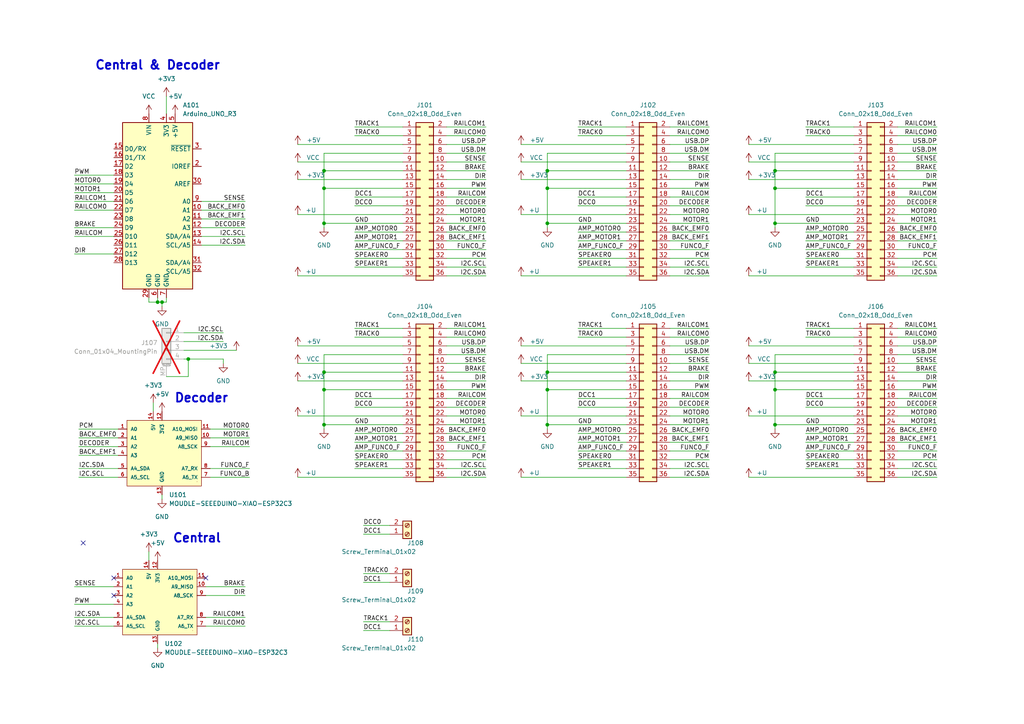
<source format=kicad_sch>
(kicad_sch (version 20231120) (generator "eeschema") (generator_version "8.0")
  (paper "A4")
  (lib_symbols
    (symbol "Connector:Screw_Terminal_01x02" (pin_names (offset 1.016) hide)
      (property "Reference" "J" (at 0 2.54 0))
      (property "Value" "Screw_Terminal_01x02" (at 0 -5.08 0))
      (symbol "Screw_Terminal_01x02_1_1"
        (pin passive line (at -5.08 0 0) (length 3.81) (name "Pin_1") (number "1"))
        (pin passive line (at -5.08 -2.54 0) (length 3.81) (name "Pin_2") (number "2"))
      )
    )
    (symbol "Connector_Generic:Conn_02x18_Odd_Even" (pin_names (offset 1.016) hide)
      (property "Reference" "J" (at 1.27 22.86 0))
      (property "Value" "Conn_02x18_Odd_Even" (at 1.27 -25.4 0))
      (symbol "Conn_02x18_Odd_Even_1_1"
        (pin passive line (at -5.08 20.32 0) (length 3.81) (name "Pin_1") (number "1"))
        (pin passive line (at 7.62 10.16 180) (length 3.81) (name "Pin_10") (number "10"))
        (pin passive line (at -5.08 7.62 0) (length 3.81) (name "Pin_11") (number "11"))
        (pin passive line (at 7.62 7.62 180) (length 3.81) (name "Pin_12") (number "12"))
        (pin passive line (at -5.08 5.08 0) (length 3.81) (name "Pin_13") (number "13"))
        (pin passive line (at 7.62 5.08 180) (length 3.81) (name "Pin_14") (number "14"))
        (pin passive line (at -5.08 2.54 0) (length 3.81) (name "Pin_15") (number "15"))
        (pin passive line (at 7.62 2.54 180) (length 3.81) (name "Pin_16") (number "16"))
        (pin passive line (at -5.08 0 0) (length 3.81) (name "Pin_17") (number "17"))
        (pin passive line (at 7.62 0 180) (length 3.81) (name "Pin_18") (number "18"))
        (pin passive line (at -5.08 -2.54 0) (length 3.81) (name "Pin_19") (number "19"))
        (pin passive line (at 7.62 20.32 180) (length 3.81) (name "Pin_2") (number "2"))
        (pin passive line (at 7.62 -2.54 180) (length 3.81) (name "Pin_20") (number "20"))
        (pin passive line (at -5.08 -5.08 0) (length 3.81) (name "Pin_21") (number "21"))
        (pin passive line (at 7.62 -5.08 180) (length 3.81) (name "Pin_22") (number "22"))
        (pin passive line (at -5.08 -7.62 0) (length 3.81) (name "Pin_23") (number "23"))
        (pin passive line (at 7.62 -7.62 180) (length 3.81) (name "Pin_24") (number "24"))
        (pin passive line (at -5.08 -10.16 0) (length 3.81) (name "Pin_25") (number "25"))
        (pin passive line (at 7.62 -10.16 180) (length 3.81) (name "Pin_26") (number "26"))
        (pin passive line (at -5.08 -12.7 0) (length 3.81) (name "Pin_27") (number "27"))
        (pin passive line (at 7.62 -12.7 180) (length 3.81) (name "Pin_28") (number "28"))
        (pin passive line (at -5.08 -15.24 0) (length 3.81) (name "Pin_29") (number "29"))
        (pin passive line (at -5.08 17.78 0) (length 3.81) (name "Pin_3") (number "3"))
        (pin passive line (at 7.62 -15.24 180) (length 3.81) (name "Pin_30") (number "30"))
        (pin passive line (at -5.08 -17.78 0) (length 3.81) (name "Pin_31") (number "31"))
        (pin passive line (at 7.62 -17.78 180) (length 3.81) (name "Pin_32") (number "32"))
        (pin passive line (at -5.08 -20.32 0) (length 3.81) (name "Pin_33") (number "33"))
        (pin passive line (at 7.62 -20.32 180) (length 3.81) (name "Pin_34") (number "34"))
        (pin passive line (at -5.08 -22.86 0) (length 3.81) (name "Pin_35") (number "35"))
        (pin passive line (at 7.62 -22.86 180) (length 3.81) (name "Pin_36") (number "36"))
        (pin passive line (at 7.62 17.78 180) (length 3.81) (name "Pin_4") (number "4"))
        (pin passive line (at -5.08 15.24 0) (length 3.81) (name "Pin_5") (number "5"))
        (pin passive line (at 7.62 15.24 180) (length 3.81) (name "Pin_6") (number "6"))
        (pin passive line (at -5.08 12.7 0) (length 3.81) (name "Pin_7") (number "7"))
        (pin passive line (at 7.62 12.7 180) (length 3.81) (name "Pin_8") (number "8"))
        (pin passive line (at -5.08 10.16 0) (length 3.81) (name "Pin_9") (number "9"))
      )
    )
    (symbol "Connector_Generic_MountingPin:Conn_01x04_MountingPin" (pin_names (offset 1.016) hide)
      (property "Reference" "J" (at 0 5.08 0))
      (property "Value" "Conn_01x04_MountingPin" (at 1.27 -7.62 0))
      (symbol "Conn_01x04_MountingPin_1_1"
        (text "Mounting" (at 0 -6.731 0) (effects (font (size 0.381 0.381))))
        (pin passive line (at -5.08 2.54 0) (length 3.81) (name "Pin_1") (number "1"))
        (pin passive line (at -5.08 0 0) (length 3.81) (name "Pin_2") (number "2"))
        (pin passive line (at -5.08 -2.54 0) (length 3.81) (name "Pin_3") (number "3"))
        (pin passive line (at -5.08 -5.08 0) (length 3.81) (name "Pin_4") (number "4"))
        (pin passive line (at 0 -10.16 90) (length 3.048) (name "MountPin") (number "MP"))
      )
    )
    (symbol "MCU_Module:Arduino_UNO_R3"
      (property "Reference" "A" (at -10.16 23.495 0))
      (property "Value" "Arduino_UNO_R3" (at 5.08 -26.67 0))
      (symbol "Arduino_UNO_R3_1_1"
        (pin no_connect line (at -10.16 -20.32 0) (length 2.54) hide (name "NC") (number "1"))
        (pin bidirectional line (at 12.7 -2.54 180) (length 2.54) (name "A1") (number "10"))
        (pin bidirectional line (at 12.7 -5.08 180) (length 2.54) (name "A2") (number "11"))
        (pin bidirectional line (at 12.7 -7.62 180) (length 2.54) (name "A3") (number "12"))
        (pin bidirectional line (at 12.7 -10.16 180) (length 2.54) (name "SDA/A4") (number "13"))
        (pin bidirectional line (at 12.7 -12.7 180) (length 2.54) (name "SCL/A5") (number "14"))
        (pin bidirectional line (at -12.7 15.24 0) (length 2.54) (name "D0/RX") (number "15"))
        (pin bidirectional line (at -12.7 12.7 0) (length 2.54) (name "D1/TX") (number "16"))
        (pin bidirectional line (at -12.7 10.16 0) (length 2.54) (name "D2") (number "17"))
        (pin bidirectional line (at -12.7 7.62 0) (length 2.54) (name "D3") (number "18"))
        (pin bidirectional line (at -12.7 5.08 0) (length 2.54) (name "D4") (number "19"))
        (pin output line (at 12.7 10.16 180) (length 2.54) (name "IOREF") (number "2"))
        (pin bidirectional line (at -12.7 2.54 0) (length 2.54) (name "D5") (number "20"))
        (pin bidirectional line (at -12.7 0 0) (length 2.54) (name "D6") (number "21"))
        (pin bidirectional line (at -12.7 -2.54 0) (length 2.54) (name "D7") (number "22"))
        (pin bidirectional line (at -12.7 -5.08 0) (length 2.54) (name "D8") (number "23"))
        (pin bidirectional line (at -12.7 -7.62 0) (length 2.54) (name "D9") (number "24"))
        (pin bidirectional line (at -12.7 -10.16 0) (length 2.54) (name "D10") (number "25"))
        (pin bidirectional line (at -12.7 -12.7 0) (length 2.54) (name "D11") (number "26"))
        (pin bidirectional line (at -12.7 -15.24 0) (length 2.54) (name "D12") (number "27"))
        (pin bidirectional line (at -12.7 -17.78 0) (length 2.54) (name "D13") (number "28"))
        (pin power_in line (at -2.54 -27.94 90) (length 2.54) (name "GND") (number "29"))
        (pin input line (at 12.7 15.24 180) (length 2.54) (name "~{RESET}") (number "3"))
        (pin input line (at 12.7 5.08 180) (length 2.54) (name "AREF") (number "30"))
        (pin bidirectional line (at 12.7 -17.78 180) (length 2.54) (name "SDA/A4") (number "31"))
        (pin bidirectional line (at 12.7 -20.32 180) (length 2.54) (name "SCL/A5") (number "32"))
        (pin power_out line (at 2.54 25.4 270) (length 2.54) (name "3V3") (number "4"))
        (pin power_out line (at 5.08 25.4 270) (length 2.54) (name "+5V") (number "5"))
        (pin power_in line (at 0 -27.94 90) (length 2.54) (name "GND") (number "6"))
        (pin power_in line (at 2.54 -27.94 90) (length 2.54) (name "GND") (number "7"))
        (pin power_in line (at -2.54 25.4 270) (length 2.54) (name "VIN") (number "8"))
        (pin bidirectional line (at 12.7 0 180) (length 2.54) (name "A0") (number "9"))
      )
    )
    (symbol "MOUDLE-SEEEDUINO-XIAO-ESP32C3:MOUDLE-SEEEDUINO-XIAO-ESP32C3" (pin_names (offset 1.016))
      (property "Reference" "U" (at -21.59 15.24 0))
      (property "Value" "MOUDLE-SEEEDUINO-XIAO-ESP32C3" (at -21.59 12.954 0))
      (symbol "MOUDLE-SEEEDUINO-XIAO-ESP32C3_1_0"
        (pin bidirectional line (at -24.13 10.16 0) (length 2.54) (name "A0") (number "1"))
        (pin bidirectional line (at 2.54 7.62 180) (length 2.54) (name "A9_MISO") (number "10"))
        (pin bidirectional line (at 2.54 10.16 180) (length 2.54) (name "A10_MOSI") (number "11"))
        (pin power_in line (at -11.43 15.24 270) (length 2.54) (name "3V3") (number "12"))
        (pin power_in line (at -11.43 -8.89 90) (length 2.54) (name "GND") (number "13"))
        (pin power_in line (at -13.97 15.24 270) (length 2.54) (name "5V") (number "14"))
        (pin bidirectional line (at -24.13 7.62 0) (length 2.54) (name "A1") (number "2"))
        (pin bidirectional line (at -24.13 5.08 0) (length 2.54) (name "A2") (number "3"))
        (pin bidirectional line (at -24.13 2.54 0) (length 2.54) (name "A3") (number "4"))
        (pin bidirectional line (at -24.13 -1.27 0) (length 2.54) (name "A4_SDA") (number "5"))
        (pin bidirectional line (at -24.13 -3.81 0) (length 2.54) (name "A5_SCL") (number "6"))
        (pin bidirectional line (at 2.54 -3.81 180) (length 2.54) (name "A6_TX") (number "7"))
        (pin bidirectional line (at 2.54 -1.27 180) (length 2.54) (name "A7_RX") (number "8"))
        (pin bidirectional line (at 2.54 5.08 180) (length 2.54) (name "A8_SCK") (number "9"))
      )
    )
    (symbol "power:+3V3" (power) (pin_names (offset 0))
      (property "Value" "+3V3" (at 0 3.556 0))
      (symbol "+3V3_1_1"
        (pin power_in line (at 0 0 90) (length 0) hide (name "+3V3") (number "1"))
      )
    )
    (symbol "power:+5V" (power) (pin_names (offset 0))
      (property "Value" "+5V" (at 0 3.556 0))
      (symbol "+5V_1_1"
        (pin power_in line (at 0 0 90) (length 0) hide (name "+5V") (number "1"))
      )
    )
    (symbol "power:GND" (power) (pin_names (offset 0))
      (property "Value" "GND" (at 0 -3.81 0))
      (symbol "GND_1_1"
        (pin power_in line (at 0 0 270) (length 0) hide (name "GND") (number "1"))
      )
    )
    (symbol "power:VCC" (power) (pin_names (offset 0))
      (property "Value" "VCC" (at 0 3.81 0))
      (symbol "VCC_1_1"
        (pin power_in line (at 0 0 90) (length 0) hide (name "VCC") (number "1"))
      )
    )
  )
  (junction (at 224.79 123.19))
  (junction (at 158.75 49.53))
  (junction (at 224.79 54.61))
  (junction (at 93.98 54.61))
  (junction (at 45.72 87.63))
  (junction (at 54.61 104.14))
  (junction (at 158.75 64.77))
  (junction (at 158.75 113.03))
  (junction (at 224.79 113.03))
  (junction (at 224.79 49.53))
  (junction (at 46.99 87.63))
  (junction (at 93.98 113.03))
  (junction (at 158.75 107.95))
  (junction (at 93.98 64.77))
  (junction (at 93.98 49.53))
  (junction (at 158.75 123.19))
  (junction (at 93.98 107.95))
  (junction (at 93.98 123.19))
  (junction (at 158.75 54.61))
  (junction (at 224.79 64.77))
  (junction (at 224.79 107.95))
  (no_connect (at 33.02 167.64))
  (no_connect (at 59.69 167.64))
  (no_connect (at 33.02 172.72))
  (no_connect (at 24.13 157.48))
  (wire (pts (xy 102.87 97.79) (xy 116.84 97.79)))
  (wire (pts (xy 129.54 123.19) (xy 140.97 123.19)))
  (wire (pts (xy 129.54 64.77) (xy 140.97 64.77)))
  (wire (pts (xy 233.68 72.39) (xy 247.65 72.39)))
  (wire (pts (xy 194.31 123.19) (xy 205.74 123.19)))
  (wire (pts (xy 59.69 179.07) (xy 71.12 179.07)))
  (wire (pts (xy 93.98 64.77) (xy 116.84 64.77)))
  (wire (pts (xy 158.75 54.61) (xy 181.61 54.61)))
  (wire (pts (xy 33.02 68.58) (xy 21.59 68.58)))
  (wire (pts (xy 167.64 69.85) (xy 181.61 69.85)))
  (wire (pts (xy 205.74 39.37) (xy 194.31 39.37)))
  (wire (pts (xy 60.96 129.54) (xy 72.39 129.54)))
  (wire (pts (xy 129.54 77.47) (xy 140.97 77.47)))
  (wire (pts (xy 93.98 64.77) (xy 93.98 54.61)))
  (wire (pts (xy 194.31 113.03) (xy 205.74 113.03)))
  (wire (pts (xy 233.68 74.93) (xy 247.65 74.93)))
  (wire (pts (xy 116.84 49.53) (xy 93.98 49.53)))
  (wire (pts (xy 224.79 123.19) (xy 247.65 123.19)))
  (wire (pts (xy 34.29 132.08) (xy 22.86 132.08)))
  (wire (pts (xy 158.75 124.46) (xy 158.75 123.19)))
  (wire (pts (xy 224.79 113.03) (xy 247.65 113.03)))
  (wire (pts (xy 247.65 102.87) (xy 224.79 102.87)))
  (wire (pts (xy 105.41 154.94) (xy 113.03 154.94)))
  (wire (pts (xy 167.64 57.15) (xy 181.61 57.15)))
  (wire (pts (xy 158.75 49.53) (xy 158.75 44.45)))
  (wire (pts (xy 22.86 138.43) (xy 34.29 138.43)))
  (wire (pts (xy 33.02 50.8) (xy 21.59 50.8)))
  (wire (pts (xy 247.65 44.45) (xy 224.79 44.45)))
  (wire (pts (xy 167.64 72.39) (xy 181.61 72.39)))
  (wire (pts (xy 217.17 62.23) (xy 247.65 62.23)))
  (wire (pts (xy 60.96 135.89) (xy 72.39 135.89)))
  (wire (pts (xy 167.64 133.35) (xy 181.61 133.35)))
  (wire (pts (xy 86.36 46.99) (xy 116.84 46.99)))
  (wire (pts (xy 217.17 100.33) (xy 247.65 100.33)))
  (wire (pts (xy 233.68 57.15) (xy 247.65 57.15)))
  (wire (pts (xy 205.74 97.79) (xy 194.31 97.79)))
  (wire (pts (xy 102.87 39.37) (xy 116.84 39.37)))
  (wire (pts (xy 102.87 133.35) (xy 116.84 133.35)))
  (wire (pts (xy 260.35 54.61) (xy 271.78 54.61)))
  (wire (pts (xy 194.31 62.23) (xy 205.74 62.23)))
  (wire (pts (xy 71.12 181.61) (xy 59.69 181.61)))
  (wire (pts (xy 260.35 77.47) (xy 271.78 77.47)))
  (wire (pts (xy 260.35 115.57) (xy 271.78 115.57)))
  (wire (pts (xy 224.79 64.77) (xy 224.79 54.61)))
  (wire (pts (xy 194.31 110.49) (xy 205.74 110.49)))
  (wire (pts (xy 217.17 105.41) (xy 247.65 105.41)))
  (wire (pts (xy 140.97 36.83) (xy 129.54 36.83)))
  (wire (pts (xy 34.29 124.46) (xy 22.86 124.46)))
  (wire (pts (xy 217.17 41.91) (xy 247.65 41.91)))
  (wire (pts (xy 21.59 181.61) (xy 33.02 181.61)))
  (wire (pts (xy 102.87 115.57) (xy 116.84 115.57)))
  (wire (pts (xy 260.35 64.77) (xy 271.78 64.77)))
  (wire (pts (xy 33.02 175.26) (xy 21.59 175.26)))
  (wire (pts (xy 59.69 172.72) (xy 71.12 172.72)))
  (wire (pts (xy 45.72 87.63) (xy 46.99 87.63)))
  (wire (pts (xy 158.75 123.19) (xy 158.75 113.03)))
  (wire (pts (xy 53.34 101.6) (xy 68.58 101.6)))
  (wire (pts (xy 194.31 130.81) (xy 205.74 130.81)))
  (wire (pts (xy 233.68 135.89) (xy 247.65 135.89)))
  (wire (pts (xy 53.34 104.14) (xy 54.61 104.14)))
  (wire (pts (xy 116.84 107.95) (xy 93.98 107.95)))
  (wire (pts (xy 260.35 74.93) (xy 271.78 74.93)))
  (wire (pts (xy 53.34 99.06) (xy 64.77 99.06)))
  (wire (pts (xy 151.13 105.41) (xy 181.61 105.41)))
  (wire (pts (xy 233.68 118.11) (xy 247.65 118.11)))
  (wire (pts (xy 86.36 41.91) (xy 116.84 41.91)))
  (wire (pts (xy 151.13 110.49) (xy 181.61 110.49)))
  (wire (pts (xy 129.54 72.39) (xy 140.97 72.39)))
  (wire (pts (xy 129.54 115.57) (xy 140.97 115.57)))
  (wire (pts (xy 105.41 152.4) (xy 113.03 152.4)))
  (wire (pts (xy 129.54 62.23) (xy 140.97 62.23)))
  (wire (pts (xy 158.75 64.77) (xy 181.61 64.77)))
  (wire (pts (xy 224.79 49.53) (xy 224.79 44.45)))
  (wire (pts (xy 194.31 128.27) (xy 205.74 128.27)))
  (wire (pts (xy 167.64 135.89) (xy 181.61 135.89)))
  (wire (pts (xy 151.13 41.91) (xy 181.61 41.91)))
  (wire (pts (xy 129.54 46.99) (xy 140.97 46.99)))
  (wire (pts (xy 129.54 100.33) (xy 140.97 100.33)))
  (wire (pts (xy 194.31 100.33) (xy 205.74 100.33)))
  (wire (pts (xy 271.78 97.79) (xy 260.35 97.79)))
  (wire (pts (xy 46.99 143.51) (xy 46.99 144.78)))
  (wire (pts (xy 271.78 39.37) (xy 260.35 39.37)))
  (wire (pts (xy 129.54 102.87) (xy 140.97 102.87)))
  (wire (pts (xy 194.31 57.15) (xy 205.74 57.15)))
  (wire (pts (xy 194.31 46.99) (xy 205.74 46.99)))
  (wire (pts (xy 260.35 59.69) (xy 271.78 59.69)))
  (wire (pts (xy 93.98 107.95) (xy 93.98 102.87)))
  (wire (pts (xy 167.64 77.47) (xy 181.61 77.47)))
  (wire (pts (xy 233.68 97.79) (xy 247.65 97.79)))
  (wire (pts (xy 194.31 54.61) (xy 205.74 54.61)))
  (wire (pts (xy 181.61 49.53) (xy 158.75 49.53)))
  (wire (pts (xy 260.35 110.49) (xy 271.78 110.49)))
  (wire (pts (xy 167.64 118.11) (xy 181.61 118.11)))
  (wire (pts (xy 102.87 128.27) (xy 116.84 128.27)))
  (wire (pts (xy 140.97 95.25) (xy 129.54 95.25)))
  (wire (pts (xy 129.54 107.95) (xy 140.97 107.95)))
  (wire (pts (xy 22.86 127) (xy 34.29 127)))
  (wire (pts (xy 194.31 80.01) (xy 205.74 80.01)))
  (wire (pts (xy 129.54 105.41) (xy 140.97 105.41)))
  (wire (pts (xy 102.87 135.89) (xy 116.84 135.89)))
  (wire (pts (xy 102.87 59.69) (xy 116.84 59.69)))
  (wire (pts (xy 260.35 100.33) (xy 271.78 100.33)))
  (wire (pts (xy 93.98 123.19) (xy 93.98 113.03)))
  (wire (pts (xy 102.87 74.93) (xy 116.84 74.93)))
  (wire (pts (xy 194.31 64.77) (xy 205.74 64.77)))
  (wire (pts (xy 129.54 118.11) (xy 140.97 118.11)))
  (wire (pts (xy 21.59 179.07) (xy 33.02 179.07)))
  (wire (pts (xy 217.17 120.65) (xy 247.65 120.65)))
  (wire (pts (xy 167.64 67.31) (xy 181.61 67.31)))
  (wire (pts (xy 129.54 52.07) (xy 140.97 52.07)))
  (wire (pts (xy 260.35 120.65) (xy 271.78 120.65)))
  (wire (pts (xy 167.64 128.27) (xy 181.61 128.27)))
  (wire (pts (xy 93.98 113.03) (xy 116.84 113.03)))
  (wire (pts (xy 158.75 113.03) (xy 181.61 113.03)))
  (wire (pts (xy 167.64 95.25) (xy 181.61 95.25)))
  (wire (pts (xy 86.36 120.65) (xy 116.84 120.65)))
  (wire (pts (xy 167.64 115.57) (xy 181.61 115.57)))
  (wire (pts (xy 58.42 60.96) (xy 71.12 60.96)))
  (wire (pts (xy 151.13 138.43) (xy 181.61 138.43)))
  (wire (pts (xy 194.31 67.31) (xy 205.74 67.31)))
  (wire (pts (xy 224.79 107.95) (xy 224.79 102.87)))
  (wire (pts (xy 129.54 110.49) (xy 140.97 110.49)))
  (wire (pts (xy 194.31 115.57) (xy 205.74 115.57)))
  (wire (pts (xy 129.54 133.35) (xy 140.97 133.35)))
  (wire (pts (xy 167.64 39.37) (xy 181.61 39.37)))
  (wire (pts (xy 260.35 130.81) (xy 271.78 130.81)))
  (wire (pts (xy 260.35 44.45) (xy 271.78 44.45)))
  (wire (pts (xy 21.59 60.96) (xy 33.02 60.96)))
  (wire (pts (xy 129.54 67.31) (xy 140.97 67.31)))
  (wire (pts (xy 140.97 97.79) (xy 129.54 97.79)))
  (wire (pts (xy 205.74 36.83) (xy 194.31 36.83)))
  (wire (pts (xy 48.26 87.63) (xy 48.26 86.36)))
  (wire (pts (xy 260.35 46.99) (xy 271.78 46.99)))
  (wire (pts (xy 194.31 105.41) (xy 205.74 105.41)))
  (wire (pts (xy 86.36 62.23) (xy 116.84 62.23)))
  (wire (pts (xy 105.41 180.34) (xy 113.03 180.34)))
  (wire (pts (xy 151.13 120.65) (xy 181.61 120.65)))
  (wire (pts (xy 260.35 57.15) (xy 271.78 57.15)))
  (wire (pts (xy 105.41 168.91) (xy 113.03 168.91)))
  (wire (pts (xy 233.68 67.31) (xy 247.65 67.31)))
  (wire (pts (xy 44.45 116.84) (xy 44.45 119.38)))
  (wire (pts (xy 260.35 80.01) (xy 271.78 80.01)))
  (wire (pts (xy 102.87 125.73) (xy 116.84 125.73)))
  (wire (pts (xy 33.02 73.66) (xy 21.59 73.66)))
  (wire (pts (xy 129.54 44.45) (xy 140.97 44.45)))
  (wire (pts (xy 260.35 72.39) (xy 271.78 72.39)))
  (wire (pts (xy 233.68 77.47) (xy 247.65 77.47)))
  (wire (pts (xy 158.75 64.77) (xy 158.75 54.61)))
  (wire (pts (xy 93.98 123.19) (xy 116.84 123.19)))
  (wire (pts (xy 129.54 130.81) (xy 140.97 130.81)))
  (wire (pts (xy 260.35 107.95) (xy 271.78 107.95)))
  (wire (pts (xy 158.75 107.95) (xy 158.75 102.87)))
  (wire (pts (xy 260.35 118.11) (xy 271.78 118.11)))
  (wire (pts (xy 233.68 128.27) (xy 247.65 128.27)))
  (wire (pts (xy 260.35 128.27) (xy 271.78 128.27)))
  (wire (pts (xy 59.69 170.18) (xy 71.12 170.18)))
  (wire (pts (xy 129.54 54.61) (xy 140.97 54.61)))
  (wire (pts (xy 102.87 77.47) (xy 116.84 77.47)))
  (wire (pts (xy 21.59 58.42) (xy 33.02 58.42)))
  (wire (pts (xy 93.98 49.53) (xy 93.98 54.61)))
  (wire (pts (xy 46.99 87.63) (xy 48.26 87.63)))
  (wire (pts (xy 181.61 44.45) (xy 158.75 44.45)))
  (wire (pts (xy 194.31 135.89) (xy 205.74 135.89)))
  (wire (pts (xy 260.35 41.91) (xy 271.78 41.91)))
  (wire (pts (xy 260.35 113.03) (xy 271.78 113.03)))
  (wire (pts (xy 22.86 135.89) (xy 34.29 135.89)))
  (wire (pts (xy 58.42 66.04) (xy 71.12 66.04)))
  (wire (pts (xy 102.87 36.83) (xy 116.84 36.83)))
  (wire (pts (xy 53.34 96.52) (xy 64.77 96.52)))
  (wire (pts (xy 247.65 49.53) (xy 224.79 49.53)))
  (wire (pts (xy 64.77 104.14) (xy 64.77 105.41)))
  (wire (pts (xy 129.54 69.85) (xy 140.97 69.85)))
  (wire (pts (xy 33.02 170.18) (xy 21.59 170.18)))
  (wire (pts (xy 58.42 68.58) (xy 71.12 68.58)))
  (wire (pts (xy 217.17 46.99) (xy 247.65 46.99)))
  (wire (pts (xy 129.54 80.01) (xy 140.97 80.01)))
  (wire (pts (xy 194.31 74.93) (xy 205.74 74.93)))
  (wire (pts (xy 247.65 107.95) (xy 224.79 107.95)))
  (wire (pts (xy 194.31 102.87) (xy 205.74 102.87)))
  (wire (pts (xy 102.87 57.15) (xy 116.84 57.15)))
  (wire (pts (xy 205.74 95.25) (xy 194.31 95.25)))
  (wire (pts (xy 46.99 87.63) (xy 46.99 88.9)))
  (wire (pts (xy 116.84 102.87) (xy 93.98 102.87)))
  (wire (pts (xy 167.64 125.73) (xy 181.61 125.73)))
  (wire (pts (xy 60.96 138.43) (xy 72.39 138.43)))
  (wire (pts (xy 260.35 67.31) (xy 271.78 67.31)))
  (wire (pts (xy 129.54 120.65) (xy 140.97 120.65)))
  (wire (pts (xy 129.54 59.69) (xy 140.97 59.69)))
  (wire (pts (xy 129.54 49.53) (xy 140.97 49.53)))
  (wire (pts (xy 21.59 53.34) (xy 33.02 53.34)))
  (wire (pts (xy 93.98 54.61) (xy 116.84 54.61)))
  (wire (pts (xy 58.42 58.42) (xy 71.12 58.42)))
  (wire (pts (xy 194.31 107.95) (xy 205.74 107.95)))
  (wire (pts (xy 102.87 69.85) (xy 116.84 69.85)))
  (wire (pts (xy 129.54 41.91) (xy 140.97 41.91)))
  (wire (pts (xy 102.87 130.81) (xy 116.84 130.81)))
  (wire (pts (xy 233.68 115.57) (xy 247.65 115.57)))
  (wire (pts (xy 129.54 135.89) (xy 140.97 135.89)))
  (wire (pts (xy 260.35 69.85) (xy 271.78 69.85)))
  (wire (pts (xy 260.35 135.89) (xy 271.78 135.89)))
  (wire (pts (xy 102.87 72.39) (xy 116.84 72.39)))
  (wire (pts (xy 224.79 49.53) (xy 224.79 54.61)))
  (wire (pts (xy 45.72 86.36) (xy 45.72 87.63)))
  (wire (pts (xy 260.35 102.87) (xy 271.78 102.87)))
  (wire (pts (xy 45.72 186.69) (xy 45.72 187.96)))
  (wire (pts (xy 194.31 49.53) (xy 205.74 49.53)))
  (wire (pts (xy 224.79 54.61) (xy 247.65 54.61)))
  (wire (pts (xy 151.13 52.07) (xy 181.61 52.07)))
  (wire (pts (xy 167.64 74.93) (xy 181.61 74.93)))
  (wire (pts (xy 151.13 80.01) (xy 181.61 80.01)))
  (wire (pts (xy 21.59 55.88) (xy 33.02 55.88)))
  (wire (pts (xy 233.68 59.69) (xy 247.65 59.69)))
  (wire (pts (xy 116.84 44.45) (xy 93.98 44.45)))
  (wire (pts (xy 129.54 113.03) (xy 140.97 113.03)))
  (wire (pts (xy 86.36 100.33) (xy 116.84 100.33)))
  (wire (pts (xy 217.17 52.07) (xy 247.65 52.07)))
  (wire (pts (xy 194.31 72.39) (xy 205.74 72.39)))
  (wire (pts (xy 151.13 100.33) (xy 181.61 100.33)))
  (wire (pts (xy 158.75 49.53) (xy 158.75 54.61)))
  (wire (pts (xy 260.35 133.35) (xy 271.78 133.35)))
  (wire (pts (xy 93.98 124.46) (xy 93.98 123.19)))
  (wire (pts (xy 260.35 125.73) (xy 271.78 125.73)))
  (wire (pts (xy 194.31 52.07) (xy 205.74 52.07)))
  (wire (pts (xy 260.35 52.07) (xy 271.78 52.07)))
  (wire (pts (xy 48.26 27.94) (xy 48.26 33.02)))
  (wire (pts (xy 129.54 128.27) (xy 140.97 128.27)))
  (wire (pts (xy 260.35 138.43) (xy 271.78 138.43)))
  (wire (pts (xy 194.31 118.11) (xy 205.74 118.11)))
  (wire (pts (xy 86.36 52.07) (xy 116.84 52.07)))
  (wire (pts (xy 102.87 67.31) (xy 116.84 67.31)))
  (wire (pts (xy 129.54 138.43) (xy 140.97 138.43)))
  (wire (pts (xy 224.79 124.46) (xy 224.79 123.19)))
  (wire (pts (xy 129.54 125.73) (xy 140.97 125.73)))
  (wire (pts (xy 86.36 80.01) (xy 116.84 80.01)))
  (wire (pts (xy 58.42 71.12) (xy 71.12 71.12)))
  (wire (pts (xy 151.13 62.23) (xy 181.61 62.23)))
  (wire (pts (xy 224.79 64.77) (xy 247.65 64.77)))
  (wire (pts (xy 233.68 125.73) (xy 247.65 125.73)))
  (wire (pts (xy 60.96 124.46) (xy 72.39 124.46)))
  (wire (pts (xy 271.78 36.83) (xy 260.35 36.83)))
  (wire (pts (xy 60.96 127) (xy 72.39 127)))
  (wire (pts (xy 45.72 87.63) (xy 43.18 87.63)))
  (wire (pts (xy 140.97 39.37) (xy 129.54 39.37)))
  (wire (pts (xy 105.41 182.88) (xy 113.03 182.88)))
  (wire (pts (xy 129.54 57.15) (xy 140.97 57.15)))
  (wire (pts (xy 233.68 69.85) (xy 247.65 69.85)))
  (wire (pts (xy 194.31 69.85) (xy 205.74 69.85)))
  (wire (pts (xy 194.31 125.73) (xy 205.74 125.73)))
  (wire (pts (xy 194.31 41.91) (xy 205.74 41.91)))
  (wire (pts (xy 158.75 123.19) (xy 181.61 123.19)))
  (wire (pts (xy 167.64 59.69) (xy 181.61 59.69)))
  (wire (pts (xy 54.61 109.22) (xy 54.61 104.14)))
  (wire (pts (xy 224.79 107.95) (xy 224.79 113.03)))
  (wire (pts (xy 33.02 66.04) (xy 21.59 66.04)))
  (wire (pts (xy 158.75 66.04) (xy 158.75 64.77)))
  (wire (pts (xy 194.31 44.45) (xy 205.74 44.45)))
  (wire (pts (xy 217.17 110.49) (xy 247.65 110.49)))
  (wire (pts (xy 167.64 97.79) (xy 181.61 97.79)))
  (wire (pts (xy 233.68 95.25) (xy 247.65 95.25)))
  (wire (pts (xy 233.68 130.81) (xy 247.65 130.81)))
  (wire (pts (xy 58.42 63.5) (xy 71.12 63.5)))
  (wire (pts (xy 151.13 46.99) (xy 181.61 46.99)))
  (wire (pts (xy 93.98 107.95) (xy 93.98 113.03)))
  (wire (pts (xy 217.17 80.01) (xy 247.65 80.01)))
  (wire (pts (xy 260.35 49.53) (xy 271.78 49.53)))
  (wire (pts (xy 271.78 95.25) (xy 260.35 95.25)))
  (wire (pts (xy 233.68 39.37) (xy 247.65 39.37)))
  (wire (pts (xy 224.79 123.19) (xy 224.79 113.03)))
  (wire (pts (xy 34.29 129.54) (xy 22.86 129.54)))
  (wire (pts (xy 217.17 138.43) (xy 247.65 138.43)))
  (wire (pts (xy 224.79 66.04) (xy 224.79 64.77)))
  (wire (pts (xy 233.68 133.35) (xy 247.65 133.35)))
  (wire (pts (xy 167.64 130.81) (xy 181.61 130.81)))
  (wire (pts (xy 167.64 36.83) (xy 181.61 36.83)))
  (wire (pts (xy 43.18 87.63) (xy 43.18 86.36)))
  (wire (pts (xy 102.87 118.11) (xy 116.84 118.11)))
  (wire (pts (xy 93.98 49.53) (xy 93.98 44.45)))
  (wire (pts (xy 102.87 95.25) (xy 116.84 95.25)))
  (wire (pts (xy 181.61 102.87) (xy 158.75 102.87)))
  (wire (pts (xy 233.68 36.83) (xy 247.65 36.83)))
  (wire (pts (xy 260.35 123.19) (xy 271.78 123.19)))
  (wire (pts (xy 105.41 166.37) (xy 113.03 166.37)))
  (wire (pts (xy 93.98 66.04) (xy 93.98 64.77)))
  (wire (pts (xy 260.35 62.23) (xy 271.78 62.23)))
  (wire (pts (xy 54.61 104.14) (xy 64.77 104.14)))
  (wire (pts (xy 86.36 110.49) (xy 116.84 110.49)))
  (wire (pts (xy 194.31 133.35) (xy 205.74 133.35)))
  (wire (pts (xy 86.36 138.43) (xy 116.84 138.43)))
  (wire (pts (xy 48.26 109.22) (xy 54.61 109.22)))
  (wire (pts (xy 129.54 74.93) (xy 140.97 74.93)))
  (wire (pts (xy 194.31 77.47) (xy 205.74 77.47)))
  (wire (pts (xy 86.36 105.41) (xy 116.84 105.41)))
  (wire (pts (xy 43.18 160.02) (xy 43.18 162.56)))
  (wire (pts (xy 181.61 107.95) (xy 158.75 107.95)))
  (wire (pts (xy 194.31 120.65) (xy 205.74 120.65)))
  (wire (pts (xy 158.75 107.95) (xy 158.75 113.03)))
  (wire (pts (xy 194.31 138.43) (xy 205.74 138.43)))
  (wire (pts (xy 194.31 59.69) (xy 205.74 59.69)))
  (wire (pts (xy 260.35 105.41) (xy 271.78 105.41)))
  (text "Central" (at 57.15 156.21 0) (effects (font (size 2.54 2.54) (thickness 0.508) (bold yes))))
  (text "Central & Decoder" (at 45.72 19.05 0) (effects (font (size 2.54 2.54) (thickness 0.508) (bold yes))))
  (text "Decoder" (at 58.42 115.57 0) (effects (font (size 2.54 2.54) (thickness 0.508) (bold yes))))
  (label "RAILCOM1" (at 205.74 36.83 180))
  (label "AMP_FUNC0_F" (at 167.64 130.81 0))
  (label "SENSE" (at 71.12 58.42 180))
  (label "BRAKE" (at 271.78 49.53 180))
  (label "FUNC0_F" (at 271.78 130.81 180))
  (label "TRACK0" (at 167.64 39.37 0))
  (label "RAILCOM" (at 271.78 115.57 180))
  (label "PCM" (at 271.78 74.93 180))
  (label "PCM" (at 205.74 133.35 180))
  (label "I2C.SDA" (at 71.12 71.12 180))
  (label "BACK_EMF0" (at 140.97 125.73 180))
  (label "SENSE" (at 205.74 105.41 180))
  (label "SENSE" (at 271.78 46.99 180))
  (label "DIR" (at 140.97 52.07 180))
  (label "DECODER" (at 71.12 66.04 180))
  (label "BRAKE" (at 21.59 66.04 0))
  (label "MOTOR0" (at 21.59 53.34 0))
  (label "AMP_FUNC0_F" (at 167.64 72.39 0))
  (label "AMP_FUNC0_F" (at 102.87 72.39 0))
  (label "PCM" (at 205.74 74.93 180))
  (label "BACK_EMF0" (at 205.74 67.31 180))
  (label "SPEAKER1" (at 167.64 135.89 0))
  (label "SENSE" (at 140.97 46.99 180))
  (label "RAILCOM0" (at 271.78 97.79 180))
  (label "BACK_EMF1" (at 271.78 69.85 180))
  (label "AMP_MOTOR1" (at 102.87 69.85 0))
  (label "DECODER" (at 22.86 129.54 0))
  (label "I2C.SCL" (at 271.78 77.47 180))
  (label "FUNC0_F" (at 271.78 72.39 180))
  (label "BACK_EMF1" (at 71.12 63.5 180))
  (label "USB.DM" (at 205.74 44.45 180))
  (label "RAILCOM" (at 72.39 129.54 180))
  (label "PWM" (at 21.59 175.26 0))
  (label "SENSE" (at 205.74 46.99 180))
  (label "AMP_FUNC0_F" (at 233.68 130.81 0))
  (label "SPEAKER1" (at 102.87 77.47 0))
  (label "BRAKE" (at 140.97 107.95 180))
  (label "DIR" (at 271.78 52.07 180))
  (label "I2C.SDA" (at 140.97 80.01 180))
  (label "DCC0" (at 105.41 152.4 0))
  (label "SPEAKER1" (at 233.68 77.47 0))
  (label "MOTOR0" (at 72.39 124.46 180))
  (label "MOTOR1" (at 140.97 123.19 180))
  (label "TRACK1" (at 233.68 36.83 0))
  (label "TRACK1" (at 102.87 36.83 0))
  (label "TRACK1" (at 102.87 95.25 0))
  (label "FUNC0_F" (at 205.74 130.81 180))
  (label "BACK_EMF0" (at 71.12 60.96 180))
  (label "GND" (at 102.87 64.77 0))
  (label "PCM" (at 140.97 74.93 180))
  (label "FUNC0_F" (at 205.74 72.39 180))
  (label "DIR" (at 140.97 110.49 180))
  (label "I2C.SCL" (at 71.12 68.58 180))
  (label "USB.DP" (at 271.78 41.91 180))
  (label "BACK_EMF1" (at 205.74 128.27 180))
  (label "GND" (at 233.68 123.19 0))
  (label "BACK_EMF0" (at 271.78 67.31 180))
  (label "DCC0" (at 233.68 118.11 0))
  (label "AMP_MOTOR1" (at 167.64 69.85 0))
  (label "GND" (at 167.64 123.19 0))
  (label "DCC1" (at 233.68 57.15 0))
  (label "I2C.SDA" (at 64.77 99.06 180))
  (label "TRACK0" (at 233.68 39.37 0))
  (label "RAILCOM0" (at 205.74 39.37 180))
  (label "DIR" (at 205.74 52.07 180))
  (label "GND" (at 167.64 64.77 0))
  (label "USB.DM" (at 140.97 102.87 180))
  (label "AMP_MOTOR1" (at 233.68 128.27 0))
  (label "FUNC0_B" (at 72.39 138.43 180))
  (label "DCC1" (at 233.68 115.57 0))
  (label "TRACK0" (at 167.64 97.79 0))
  (label "RAILCOM" (at 140.97 57.15 180))
  (label "BACK_EMF1" (at 140.97 128.27 180))
  (label "PWM" (at 205.74 54.61 180))
  (label "AMP_MOTOR0" (at 233.68 67.31 0))
  (label "SPEAKER0" (at 102.87 133.35 0))
  (label "BACK_EMF1" (at 140.97 69.85 180))
  (label "BACK_EMF0" (at 271.78 125.73 180))
  (label "USB.DP" (at 205.74 41.91 180))
  (label "DCC1" (at 105.41 168.91 0))
  (label "SPEAKER1" (at 167.64 77.47 0))
  (label "RAILCOM1" (at 21.59 58.42 0))
  (label "TRACK1" (at 233.68 95.25 0))
  (label "BRAKE" (at 271.78 107.95 180))
  (label "USB.DP" (at 271.78 100.33 180))
  (label "SPEAKER0" (at 167.64 133.35 0))
  (label "I2C.SCL" (at 140.97 77.47 180))
  (label "PWM" (at 271.78 54.61 180))
  (label "MOTOR1" (at 271.78 64.77 180))
  (label "BACK_EMF0" (at 205.74 125.73 180))
  (label "DCC1" (at 167.64 57.15 0))
  (label "PWM" (at 271.78 113.03 180))
  (label "DCC0" (at 102.87 59.69 0))
  (label "AMP_MOTOR1" (at 102.87 128.27 0))
  (label "TRACK1" (at 167.64 36.83 0))
  (label "SPEAKER0" (at 102.87 74.93 0))
  (label "PCM" (at 140.97 133.35 180))
  (label "PCM" (at 271.78 133.35 180))
  (label "SENSE" (at 271.78 105.41 180))
  (label "SPEAKER0" (at 233.68 133.35 0))
  (label "MOTOR1" (at 21.59 55.88 0))
  (label "GND" (at 102.87 123.19 0))
  (label "I2C.SDA" (at 205.74 80.01 180))
  (label "MOTOR0" (at 140.97 120.65 180))
  (label "BACK_EMF0" (at 22.86 127 0))
  (label "DCC0" (at 233.68 59.69 0))
  (label "SPEAKER0" (at 233.68 74.93 0))
  (label "DCC0" (at 167.64 118.11 0))
  (label "MOTOR0" (at 205.74 120.65 180))
  (label "TRACK0" (at 233.68 97.79 0))
  (label "DCC0" (at 102.87 118.11 0))
  (label "USB.DP" (at 140.97 41.91 180))
  (label "SENSE" (at 21.59 170.18 0))
  (label "DECODER" (at 140.97 118.11 180))
  (label "MOTOR0" (at 140.97 62.23 180))
  (label "DCC1" (at 102.87 115.57 0))
  (label "DIR" (at 71.12 172.72 180))
  (label "I2C.SCL" (at 21.59 181.61 0))
  (label "I2C.SCL" (at 140.97 135.89 180))
  (label "BACK_EMF0" (at 140.97 67.31 180))
  (label "USB.DM" (at 205.74 102.87 180))
  (label "USB.DP" (at 140.97 100.33 180))
  (label "AMP_MOTOR0" (at 167.64 67.31 0))
  (label "TRACK1" (at 167.64 95.25 0))
  (label "RAILCOM" (at 205.74 57.15 180))
  (label "MOTOR1" (at 205.74 64.77 180))
  (label "MOTOR0" (at 271.78 120.65 180))
  (label "DCC1" (at 167.64 115.57 0))
  (label "I2C.SCL" (at 64.77 96.52 180))
  (label "DECODER" (at 271.78 118.11 180))
  (label "PCM" (at 22.86 124.46 0))
  (label "RAILCOM0" (at 140.97 39.37 180))
  (label "RAILCOM1" (at 71.12 179.07 180))
  (label "RAILCOM0" (at 21.59 60.96 0))
  (label "MOTOR1" (at 271.78 123.19 180))
  (label "DECODER" (at 205.74 118.11 180))
  (label "AMP_MOTOR1" (at 167.64 128.27 0))
  (label "DECODER" (at 205.74 59.69 180))
  (label "USB.DM" (at 271.78 44.45 180))
  (label "I2C.SCL" (at 205.74 135.89 180))
  (label "MOTOR0" (at 271.78 62.23 180))
  (label "BRAKE" (at 205.74 49.53 180))
  (label "PWM" (at 140.97 54.61 180))
  (label "BRAKE" (at 140.97 49.53 180))
  (label "DECODER" (at 140.97 59.69 180))
  (label "I2C.SDA" (at 21.59 179.07 0))
  (label "PWM" (at 21.59 50.8 0))
  (label "USB.DP" (at 205.74 100.33 180))
  (label "AMP_MOTOR1" (at 233.68 69.85 0))
  (label "RAILCOM" (at 205.74 115.57 180))
  (label "DCC1" (at 105.41 182.88 0))
  (label "USB.DM" (at 271.78 102.87 180))
  (label "RAILCOM1" (at 271.78 36.83 180))
  (label "PWM" (at 205.74 113.03 180))
  (label "DIR" (at 205.74 110.49 180))
  (label "RAILCOM0" (at 205.74 97.79 180))
  (label "TRACK0" (at 102.87 39.37 0))
  (label "RAILCOM0" (at 140.97 97.79 180))
  (label "TRACK1" (at 105.41 180.34 0))
  (label "RAILCOM1" (at 140.97 95.25 180))
  (label "I2C.SCL" (at 22.86 138.43 0))
  (label "DECODER" (at 271.78 59.69 180))
  (label "SPEAKER1" (at 102.87 135.89 0))
  (label "MOTOR1" (at 72.39 127 180))
  (label "MOTOR0" (at 205.74 62.23 180))
  (label "AMP_FUNC0_F" (at 233.68 72.39 0))
  (label "RAILCOM1" (at 140.97 36.83 180))
  (label "PWM" (at 140.97 113.03 180))
  (label "MOTOR1" (at 205.74 123.19 180))
  (label "RAILCOM" (at 21.59 68.58 0))
  (label "TRACK0" (at 105.41 166.37 0))
  (label "I2C.SDA" (at 22.86 135.89 0))
  (label "DCC1" (at 105.41 154.94 0))
  (label "FUNC0_F" (at 140.97 72.39 180))
  (label "SPEAKER0" (at 167.64 74.93 0))
  (label "AMP_MOTOR0" (at 167.64 125.73 0))
  (label "I2C.SDA" (at 271.78 138.43 180))
  (label "SENSE" (at 140.97 105.41 180))
  (label "I2C.SDA" (at 271.78 80.01 180))
  (label "RAILCOM0" (at 71.12 181.61 180))
  (label "I2C.SDA" (at 140.97 138.43 180))
  (label "TRACK0" (at 102.87 97.79 0))
  (label "BRAKE" (at 205.74 107.95 180))
  (label "RAILCOM1" (at 271.78 95.25 180))
  (label "DIR" (at 271.78 110.49 180))
  (label "USB.DM" (at 140.97 44.45 180))
  (label "DIR" (at 21.59 73.66 0))
  (label "MOTOR1" (at 140.97 64.77 180))
  (label "I2C.SCL" (at 271.78 135.89 180))
  (label "I2C.SDA" (at 205.74 138.43 180))
  (label "RAILCOM1" (at 205.74 95.25 180))
  (label "GND" (at 233.68 64.77 0))
  (label "I2C.SCL" (at 205.74 77.47 180))
  (label "RAILCOM" (at 271.78 57.15 180))
  (label "FUNC0_F" (at 140.97 130.81 180))
  (label "BACK_EMF1" (at 205.74 69.85 180))
  (label "AMP_MOTOR0" (at 233.68 125.73 0))
  (label "RAILCOM" (at 140.97 115.57 180))
  (label "DCC0" (at 167.64 59.69 0))
  (label "DCC1" (at 102.87 57.15 0))
  (label "RAILCOM0" (at 271.78 39.37 180))
  (label "SPEAKER1" (at 233.68 135.89 0))
  (label "AMP_MOTOR0" (at 102.87 125.73 0))
  (label "AMP_MOTOR0" (at 102.87 67.31 0))
  (label "AMP_FUNC0_F" (at 102.87 130.81 0))
  (label "BRAKE" (at 71.12 170.18 180))
  (label "BACK_EMF1" (at 271.78 128.27 180))
  (label "BACK_EMF1" (at 22.86 132.08 0))
  (label "FUNC0_F" (at 72.39 135.89 180))
  (symbol (lib_id "Connector_Generic:Conn_02x18_Odd_Even") (at 186.69 57.15 0) (unit 1)
    (property "Reference" "J102" (at 187.96 30.48 0))
    (property "Value" "Conn_02x18_Odd_Even" (at 187.96 33.02 0))
    (property "Footprint" "Connector_PinSocket_2.54mm:PinSocket_2x18_P2.54mm_Vertical" (effects (hide yes)))
    (property "Description" "Generic connector, double row, 02x18, odd/even pin numbering scheme (row 1 odd numbers, row 2 even numbers), script generated (kicad-library-utils/schlib/autogen/connector/)" (effects (hide yes)))
  )
  (symbol (lib_id "power:GND") (at 46.99 144.78 0) (unit 1)
    (property "Reference" "#PWR0129" (effects (hide yes)))
    (property "Value" "GND" (at 46.99 149.86 0))
    (property "Description" "Power symbol creates a global label with name \"GND\" , ground" (effects (hide yes)))
  )
  (symbol (lib_id "power:+5V") (at 151.13 62.23 0) (unit 1)
    (property "Reference" "#PWR0112" (effects (hide yes)))
    (property "Value" "+U" (at 154.94 60.96 0))
    (property "Description" "Power symbol creates a global label with name \"+5V\"" (effects (hide yes)))
  )
  (symbol (lib_id "power:+5V") (at 50.8 33.02 0) (unit 1)
    (property "Reference" "#PWR0103" (effects (hide yes)))
    (property "Value" "+5V" (at 50.8 27.94 0))
    (property "Description" "Power symbol creates a global label with name \"+5V\"" (effects (hide yes)))
  )
  (symbol (lib_id "power:+3V3") (at 86.36 52.07 0) (unit 1)
    (property "Reference" "#PWR0105" (effects (hide yes)))
    (property "Value" "+3V3" (at 88.9 50.7999 0) (effects (justify left)))
    (property "Description" "Power symbol creates a global label with name \"+3V3\"" (effects (hide yes)))
  )
  (symbol (lib_id "power:+3V3") (at 151.13 52.07 0) (unit 1)
    (property "Reference" "#PWR0111" (effects (hide yes)))
    (property "Value" "+3V3" (at 153.67 50.7999 0) (effects (justify left)))
    (property "Description" "Power symbol creates a global label with name \"+3V3\"" (effects (hide yes)))
  )
  (symbol (lib_id "power:GND") (at 224.79 124.46 0) (unit 1)
    (property "Reference" "#PWR0148" (effects (hide yes)))
    (property "Value" "GND" (at 224.79 129.54 0))
    (property "Description" "Power symbol creates a global label with name \"GND\" , ground" (effects (hide yes)))
  )
  (symbol (lib_id "power:+5V") (at 86.36 80.01 0) (unit 1)
    (property "Reference" "#PWR0138" (effects (hide yes)))
    (property "Value" "+U" (at 90.17 78.74 0))
    (property "Description" "Power symbol creates a global label with name \"+5V\"" (effects (hide yes)))
  )
  (symbol (lib_id "power:GND") (at 64.77 105.41 0) (unit 1)
    (property "Reference" "#PWR0136" (effects (hide yes)))
    (property "Value" "GND" (at 64.77 110.49 0))
    (property "Description" "Power symbol creates a global label with name \"GND\" , ground" (effects (hide yes)))
  )
  (symbol (lib_id "power:+5V") (at 86.36 138.43 0) (unit 1)
    (property "Reference" "#PWR0126" (effects (hide yes)))
    (property "Value" "+U" (at 90.17 137.16 0))
    (property "Description" "Power symbol creates a global label with name \"+5V\"" (effects (hide yes)))
  )
  (symbol (lib_id "power:VCC") (at 217.17 105.41 0) (unit 1)
    (property "Reference" "#PWR0144" (effects (hide yes)))
    (property "Value" "VCC" (at 219.71 104.1399 0) (effects (justify left)))
    (property "Description" "Power symbol creates a global label with name \"VCC\"" (effects (hide yes)))
  )
  (symbol (lib_id "power:+5V") (at 86.36 41.91 0) (unit 1)
    (property "Reference" "#PWR0106" (effects (hide yes)))
    (property "Value" "+5V" (at 88.9 40.6399 0) (effects (justify left)))
    (property "Description" "Power symbol creates a global label with name \"+5V\"" (effects (hide yes)))
  )
  (symbol (lib_id "power:VCC") (at 217.17 46.99 0) (unit 1)
    (property "Reference" "#PWR0117" (effects (hide yes)))
    (property "Value" "VCC" (at 219.71 45.7199 0) (effects (justify left)))
    (property "Description" "Power symbol creates a global label with name \"VCC\"" (effects (hide yes)))
  )
  (symbol (lib_id "Connector_Generic:Conn_02x18_Odd_Even") (at 121.92 115.57 0) (unit 1)
    (property "Reference" "J104" (at 123.19 88.9 0))
    (property "Value" "Conn_02x18_Odd_Even" (at 123.19 91.44 0))
    (property "Footprint" "Connector_PinSocket_2.54mm:PinSocket_2x18_P2.54mm_Vertical" (effects (hide yes)))
    (property "Description" "Generic connector, double row, 02x18, odd/even pin numbering scheme (row 1 odd numbers, row 2 even numbers), script generated (kicad-library-utils/schlib/autogen/connector/)" (effects (hide yes)))
  )
  (symbol (lib_id "power:VCC") (at 86.36 105.41 0) (unit 1)
    (property "Reference" "#PWR0123" (effects (hide yes)))
    (property "Value" "VCC" (at 88.9 104.1399 0) (effects (justify left)))
    (property "Description" "Power symbol creates a global label with name \"VCC\"" (effects (hide yes)))
  )
  (symbol (lib_id "MCU_Module:Arduino_UNO_R3") (at 45.72 58.42 0) (unit 1)
    (property "Reference" "A101" (at 52.9941 30.48 0) (effects (justify left)))
    (property "Value" "Arduino_UNO_R3" (at 52.9941 33.02 0) (effects (justify left)))
    (property "Footprint" "Module:Arduino_UNO_R3" (effects (hide yes)))
    (property "Datasheet" "https://www.arduino.cc/en/Main/arduinoBoardUno" (effects (hide yes)))
    (property "Description" "Arduino UNO Microcontroller Module, release 3" (effects (hide yes)))
  )
  (symbol (lib_id "power:GND") (at 224.79 66.04 0) (unit 1)
    (property "Reference" "#PWR0121" (effects (hide yes)))
    (property "Value" "GND" (at 224.79 71.12 0))
    (property "Description" "Power symbol creates a global label with name \"GND\" , ground" (effects (hide yes)))
  )
  (symbol (lib_id "power:+5V") (at 151.13 100.33 0) (unit 1)
    (property "Reference" "#PWR0128" (effects (hide yes)))
    (property "Value" "+5V" (at 153.67 99.0599 0) (effects (justify left)))
    (property "Description" "Power symbol creates a global label with name \"+5V\"" (effects (hide yes)))
  )
  (symbol (lib_id "power:GND") (at 93.98 124.46 0) (unit 1)
    (property "Reference" "#PWR0127" (effects (hide yes)))
    (property "Value" "GND" (at 93.98 129.54 0))
    (property "Description" "Power symbol creates a global label with name \"GND\" , ground" (effects (hide yes)))
  )
  (symbol (lib_id "Connector_Generic:Conn_02x18_Odd_Even") (at 186.69 115.57 0) (unit 1)
    (property "Reference" "J105" (at 187.96 88.9 0))
    (property "Value" "Conn_02x18_Odd_Even" (at 187.96 91.44 0))
    (property "Footprint" "Connector_PinSocket_2.54mm:PinSocket_2x18_P2.54mm_Vertical" (effects (hide yes)))
    (property "Description" "Generic connector, double row, 02x18, odd/even pin numbering scheme (row 1 odd numbers, row 2 even numbers), script generated (kicad-library-utils/schlib/autogen/connector/)" (effects (hide yes)))
  )
  (symbol (lib_id "power:GND") (at 158.75 66.04 0) (unit 1)
    (property "Reference" "#PWR0115" (effects (hide yes)))
    (property "Value" "GND" (at 158.75 71.12 0))
    (property "Description" "Power symbol creates a global label with name \"GND\" , ground" (effects (hide yes)))
  )
  (symbol (lib_id "power:+3V3") (at 86.36 110.49 0) (unit 1)
    (property "Reference" "#PWR0124" (effects (hide yes)))
    (property "Value" "+3V3" (at 88.9 109.2199 0) (effects (justify left)))
    (property "Description" "Power symbol creates a global label with name \"+3V3\"" (effects (hide yes)))
  )
  (symbol (lib_id "Connector_Generic:Conn_02x18_Odd_Even") (at 252.73 57.15 0) (unit 1)
    (property "Reference" "J103" (at 254 30.48 0))
    (property "Value" "Conn_02x18_Odd_Even" (at 254 33.02 0))
    (property "Footprint" "Connector_PinSocket_2.54mm:PinSocket_2x18_P2.54mm_Vertical" (effects (hide yes)))
    (property "Description" "Generic connector, double row, 02x18, odd/even pin numbering scheme (row 1 odd numbers, row 2 even numbers), script generated (kicad-library-utils/schlib/autogen/connector/)" (effects (hide yes)))
  )
  (symbol (lib_id "Connector_Generic:Conn_02x18_Odd_Even") (at 121.92 57.15 0) (unit 1)
    (property "Reference" "J101" (at 123.19 30.48 0))
    (property "Value" "Conn_02x18_Odd_Even" (at 123.19 33.02 0))
    (property "Footprint" "Connector_PinSocket_2.54mm:PinSocket_2x18_P2.54mm_Vertical" (effects (hide yes)))
    (property "Description" "Generic connector, double row, 02x18, odd/even pin numbering scheme (row 1 odd numbers, row 2 even numbers), script generated (kicad-library-utils/schlib/autogen/connector/)" (effects (hide yes)))
  )
  (symbol (lib_id "power:GND") (at 46.99 88.9 0) (unit 1)
    (property "Reference" "#PWR0114" (effects (hide yes)))
    (property "Value" "GND" (at 46.99 93.98 0))
    (property "Description" "Power symbol creates a global label with name \"GND\" , ground" (effects (hide yes)))
  )
  (symbol (lib_id "power:+5V") (at 151.13 41.91 0) (unit 1)
    (property "Reference" "#PWR0108" (effects (hide yes)))
    (property "Value" "+5V" (at 153.67 40.6399 0) (effects (justify left)))
    (property "Description" "Power symbol creates a global label with name \"+5V\"" (effects (hide yes)))
  )
  (symbol (lib_id "power:+5V") (at 151.13 120.65 0) (unit 1)
    (property "Reference" "#PWR0140" (effects (hide yes)))
    (property "Value" "+U" (at 154.94 119.38 0))
    (property "Description" "Power symbol creates a global label with name \"+5V\"" (effects (hide yes)))
  )
  (symbol (lib_id "power:+5V") (at 151.13 80.01 0) (unit 1)
    (property "Reference" "#PWR0113" (effects (hide yes)))
    (property "Value" "+U" (at 154.94 78.74 0))
    (property "Description" "Power symbol creates a global label with name \"+5V\"" (effects (hide yes)))
  )
  (symbol (lib_id "power:GND") (at 158.75 124.46 0) (unit 1)
    (property "Reference" "#PWR0142" (effects (hide yes)))
    (property "Value" "GND" (at 158.75 129.54 0))
    (property "Description" "Power symbol creates a global label with name \"GND\" , ground" (effects (hide yes)))
  )
  (symbol (lib_id "power:+5V") (at 217.17 62.23 0) (unit 1)
    (property "Reference" "#PWR0119" (effects (hide yes)))
    (property "Value" "+U" (at 220.98 60.96 0))
    (property "Description" "Power symbol creates a global label with name \"+5V\"" (effects (hide yes)))
  )
  (symbol (lib_id "power:VCC") (at 151.13 46.99 0) (unit 1)
    (property "Reference" "#PWR0109" (effects (hide yes)))
    (property "Value" "VCC" (at 153.67 45.7199 0) (effects (justify left)))
    (property "Description" "Power symbol creates a global label with name \"VCC\"" (effects (hide yes)))
  )
  (symbol (lib_id "power:+5V") (at 86.36 62.23 0) (unit 1)
    (property "Reference" "#PWR0107" (effects (hide yes)))
    (property "Value" "+U" (at 90.17 60.96 0))
    (property "Description" "Power symbol creates a global label with name \"+5V\"" (effects (hide yes)))
  )
  (symbol (lib_id "Connector:Screw_Terminal_01x02") (at 118.11 154.94 0) (mirror x) (unit 1)
    (property "Reference" "J108" (at 118.11 157.48 0) (effects (justify left)))
    (property "Value" "Screw_Terminal_01x02" (at 99.06 160.02 0) (effects (justify left)))
    (property "Footprint" "TerminalBlock:TerminalBlock_bornier-2_P5.08mm" (effects (hide yes)))
    (property "Description" "Generic screw terminal, single row, 01x02, script generated (kicad-library-utils/schlib/autogen/connector/)" (effects (hide yes)))
    (property "OLI_ID" "Spring_Terminal_01x02" (effects (hide yes)))
  )
  (symbol (lib_id "Connector:Screw_Terminal_01x02") (at 118.11 182.88 0) (mirror x) (unit 1)
    (property "Reference" "J110" (at 118.11 185.42 0) (effects (justify left)))
    (property "Value" "Screw_Terminal_01x02" (at 99.06 187.96 0) (effects (justify left)))
    (property "Footprint" "TerminalBlock:TerminalBlock_bornier-2_P5.08mm" (effects (hide yes)))
    (property "Description" "Generic screw terminal, single row, 01x02, script generated (kicad-library-utils/schlib/autogen/connector/)" (effects (hide yes)))
    (property "OLI_ID" "Spring_Terminal_01x02" (effects (hide yes)))
  )
  (symbol (lib_id "power:+5V") (at 217.17 80.01 0) (unit 1)
    (property "Reference" "#PWR0120" (effects (hide yes)))
    (property "Value" "+U" (at 220.98 78.74 0))
    (property "Description" "Power symbol creates a global label with name \"+5V\"" (effects (hide yes)))
  )
  (symbol (lib_id "power:+5V") (at 46.99 119.38 0) (unit 1)
    (property "Reference" "#PWR0131" (effects (hide yes)))
    (property "Value" "+5V" (at 46.99 114.3 0))
    (property "Description" "Power symbol creates a global label with name \"+5V\"" (effects (hide yes)))
  )
  (symbol (lib_id "power:+5V") (at 45.72 162.56 0) (unit 1)
    (property "Reference" "#PWR0134" (effects (hide yes)))
    (property "Value" "+5V" (at 45.72 157.48 0))
    (property "Description" "Power symbol creates a global label with name \"+5V\"" (effects (hide yes)))
  )
  (symbol (lib_id "power:+5V") (at 217.17 41.91 0) (unit 1)
    (property "Reference" "#PWR0116" (effects (hide yes)))
    (property "Value" "+5V" (at 219.71 40.6399 0) (effects (justify left)))
    (property "Description" "Power symbol creates a global label with name \"+5V\"" (effects (hide yes)))
  )
  (symbol (lib_id "power:+5V") (at 86.36 120.65 0) (unit 1)
    (property "Reference" "#PWR0125" (effects (hide yes)))
    (property "Value" "+U" (at 90.17 119.38 0))
    (property "Description" "Power symbol creates a global label with name \"+5V\"" (effects (hide yes)))
  )
  (symbol (lib_id "MOUDLE-SEEEDUINO-XIAO-ESP32C3:MOUDLE-SEEEDUINO-XIAO-ESP32C3") (at 58.42 134.62 0) (unit 1)
    (property "Reference" "U101" (at 49.0094 143.51 0) (effects (justify left)))
    (property "Value" "MOUDLE-SEEEDUINO-XIAO-ESP32C3" (at 49.0094 146.05 0) (effects (justify left)))
    (property "Footprint" "xiao ESP32C3_PCB:MOUDLE14P-SMD-2.54-21X17.8MM" (effects (hide yes)))
  )
  (symbol (lib_id "power:+5V") (at 217.17 120.65 0) (unit 1)
    (property "Reference" "#PWR0146" (effects (hide yes)))
    (property "Value" "+U" (at 220.98 119.38 0))
    (property "Description" "Power symbol creates a global label with name \"+5V\"" (effects (hide yes)))
  )
  (symbol (lib_id "power:+3V3") (at 151.13 110.49 0) (unit 1)
    (property "Reference" "#PWR0139" (effects (hide yes)))
    (property "Value" "+3V3" (at 153.67 109.2199 0) (effects (justify left)))
    (property "Description" "Power symbol creates a global label with name \"+3V3\"" (effects (hide yes)))
  )
  (symbol (lib_id "power:VCC") (at 86.36 46.99 0) (unit 1)
    (property "Reference" "#PWR0104" (effects (hide yes)))
    (property "Value" "VCC" (at 88.9 45.7199 0) (effects (justify left)))
    (property "Description" "Power symbol creates a global label with name \"VCC\"" (effects (hide yes)))
  )
  (symbol (lib_id "power:VCC") (at 151.13 105.41 0) (unit 1)
    (property "Reference" "#PWR0133" (effects (hide yes)))
    (property "Value" "VCC" (at 153.67 104.1399 0) (effects (justify left)))
    (property "Description" "Power symbol creates a global label with name \"VCC\"" (effects (hide yes)))
  )
  (symbol (lib_id "power:GND") (at 45.72 187.96 0) (unit 1)
    (property "Reference" "#PWR0137" (effects (hide yes)))
    (property "Value" "GND" (at 45.72 193.04 0))
    (property "Description" "Power symbol creates a global label with name \"GND\" , ground" (effects (hide yes)))
  )
  (symbol (lib_id "Connector_Generic_MountingPin:Conn_01x04_MountingPin") (at 48.26 99.06 0) (mirror y) (unit 1) (exclude_from_sim yes) (in_bom no) (on_board no) (dnp yes)
    (property "Reference" "J107" (at 45.72 99.4155 0) (effects (justify left)))
    (property "Value" "Conn_01x04_MountingPin" (at 45.72 101.9555 0) (effects (justify left)))
    (property "Footprint" "Connector_JST:JST_SH_SM04B-SRSS-TB_1x04-1MP_P1.00mm_Horizontal" (effects (hide yes)))
    (property "Description" "Generic connectable mounting pin connector, single row, 01x04, script generated (kicad-library-utils/schlib/autogen/connector/)" (effects (hide yes)))
  )
  (symbol (lib_id "Connector:Screw_Terminal_01x02") (at 118.11 168.91 0) (mirror x) (unit 1)
    (property "Reference" "J109" (at 118.11 171.45 0) (effects (justify left)))
    (property "Value" "Screw_Terminal_01x02" (at 99.06 173.99 0) (effects (justify left)))
    (property "Footprint" "TerminalBlock:TerminalBlock_bornier-2_P5.08mm" (effects (hide yes)))
    (property "Description" "Generic screw terminal, single row, 01x02, script generated (kicad-library-utils/schlib/autogen/connector/)" (effects (hide yes)))
    (property "OLI_ID" "Spring_Terminal_01x02" (effects (hide yes)))
  )
  (symbol (lib_id "power:+5V") (at 86.36 100.33 0) (unit 1)
    (property "Reference" "#PWR0122" (effects (hide yes)))
    (property "Value" "+5V" (at 88.9 99.0599 0) (effects (justify left)))
    (property "Description" "Power symbol creates a global label with name \"+5V\"" (effects (hide yes)))
  )
  (symbol (lib_id "power:+5V") (at 151.13 138.43 0) (unit 1)
    (property "Reference" "#PWR0141" (effects (hide yes)))
    (property "Value" "+U" (at 154.94 137.16 0))
    (property "Description" "Power symbol creates a global label with name \"+5V\"" (effects (hide yes)))
  )
  (symbol (lib_id "power:+3V3") (at 44.45 116.84 0) (unit 1)
    (property "Reference" "#PWR0130" (effects (hide yes)))
    (property "Value" "+3V3" (at 44.45 111.76 0))
    (property "Description" "Power symbol creates a global label with name \"+3V3\"" (effects (hide yes)))
  )
  (symbol (lib_id "power:+3V3") (at 48.26 27.94 0) (unit 1)
    (property "Reference" "#PWR0102" (effects (hide yes)))
    (property "Value" "+3V3" (at 48.26 22.86 0))
    (property "Description" "Power symbol creates a global label with name \"+3V3\"" (effects (hide yes)))
  )
  (symbol (lib_id "power:GND") (at 93.98 66.04 0) (unit 1)
    (property "Reference" "#PWR0110" (effects (hide yes)))
    (property "Value" "GND" (at 93.98 71.12 0))
    (property "Description" "Power symbol creates a global label with name \"GND\" , ground" (effects (hide yes)))
  )
  (symbol (lib_id "Connector_Generic:Conn_02x18_Odd_Even") (at 252.73 115.57 0) (unit 1)
    (property "Reference" "J106" (at 254 88.9 0))
    (property "Value" "Conn_02x18_Odd_Even" (at 254 91.44 0))
    (property "Footprint" "Connector_PinSocket_2.54mm:PinSocket_2x18_P2.54mm_Vertical" (effects (hide yes)))
    (property "Description" "Generic connector, double row, 02x18, odd/even pin numbering scheme (row 1 odd numbers, row 2 even numbers), script generated (kicad-library-utils/schlib/autogen/connector/)" (effects (hide yes)))
  )
  (symbol (lib_id "power:+5V") (at 217.17 100.33 0) (unit 1)
    (property "Reference" "#PWR0143" (effects (hide yes)))
    (property "Value" "+5V" (at 219.71 99.0599 0) (effects (justify left)))
    (property "Description" "Power symbol creates a global label with name \"+5V\"" (effects (hide yes)))
  )
  (symbol (lib_id "power:+5V") (at 217.17 138.43 0) (unit 1)
    (property "Reference" "#PWR0147" (effects (hide yes)))
    (property "Value" "+U" (at 220.98 137.16 0))
    (property "Description" "Power symbol creates a global label with name \"+5V\"" (effects (hide yes)))
  )
  (symbol (lib_id "MOUDLE-SEEEDUINO-XIAO-ESP32C3:MOUDLE-SEEEDUINO-XIAO-ESP32C3") (at 57.15 177.8 0) (unit 1)
    (property "Reference" "U102" (at 47.7394 186.69 0) (effects (justify left)))
    (property "Value" "MOUDLE-SEEEDUINO-XIAO-ESP32C3" (at 47.7394 189.23 0) (effects (justify left)))
    (property "Footprint" "xiao ESP32C3_PCB:MOUDLE14P-SMD-2.54-21X17.8MM" (effects (hide yes)))
  )
  (symbol (lib_id "power:VCC") (at 43.18 33.02 0) (unit 1)
    (property "Reference" "#PWR0101" (effects (hide yes)))
    (property "Value" "VCC" (at 43.18 27.94 0))
    (property "Description" "Power symbol creates a global label with name \"VCC\"" (effects (hide yes)))
  )
  (symbol (lib_id "power:+3V3") (at 68.58 101.6 0) (mirror y) (unit 1)
    (property "Reference" "#PWR0135" (effects (hide yes)))
    (property "Value" "+3V3" (at 66.04 100.3299 0) (effects (justify left)))
    (property "Description" "Power symbol creates a global label with name \"+3V3\"" (effects (hide yes)))
  )
  (symbol (lib_id "power:+3V3") (at 217.17 110.49 0) (unit 1)
    (property "Reference" "#PWR0145" (effects (hide yes)))
    (property "Value" "+3V3" (at 219.71 109.2199 0) (effects (justify left)))
    (property "Description" "Power symbol creates a global label with name \"+3V3\"" (effects (hide yes)))
  )
  (symbol (lib_id "power:+3V3") (at 43.18 160.02 0) (unit 1)
    (property "Reference" "#PWR0132" (effects (hide yes)))
    (property "Value" "+3V3" (at 43.18 154.94 0))
    (property "Description" "Power symbol creates a global label with name \"+3V3\"" (effects (hide yes)))
  )
  (symbol (lib_id "power:+3V3") (at 217.17 52.07 0) (unit 1)
    (property "Reference" "#PWR0118" (effects (hide yes)))
    (property "Value" "+3V3" (at 219.71 50.7999 0) (effects (justify left)))
    (property "Description" "Power symbol creates a global label with name \"+3V3\"" (effects (hide yes)))
  )
)
</source>
